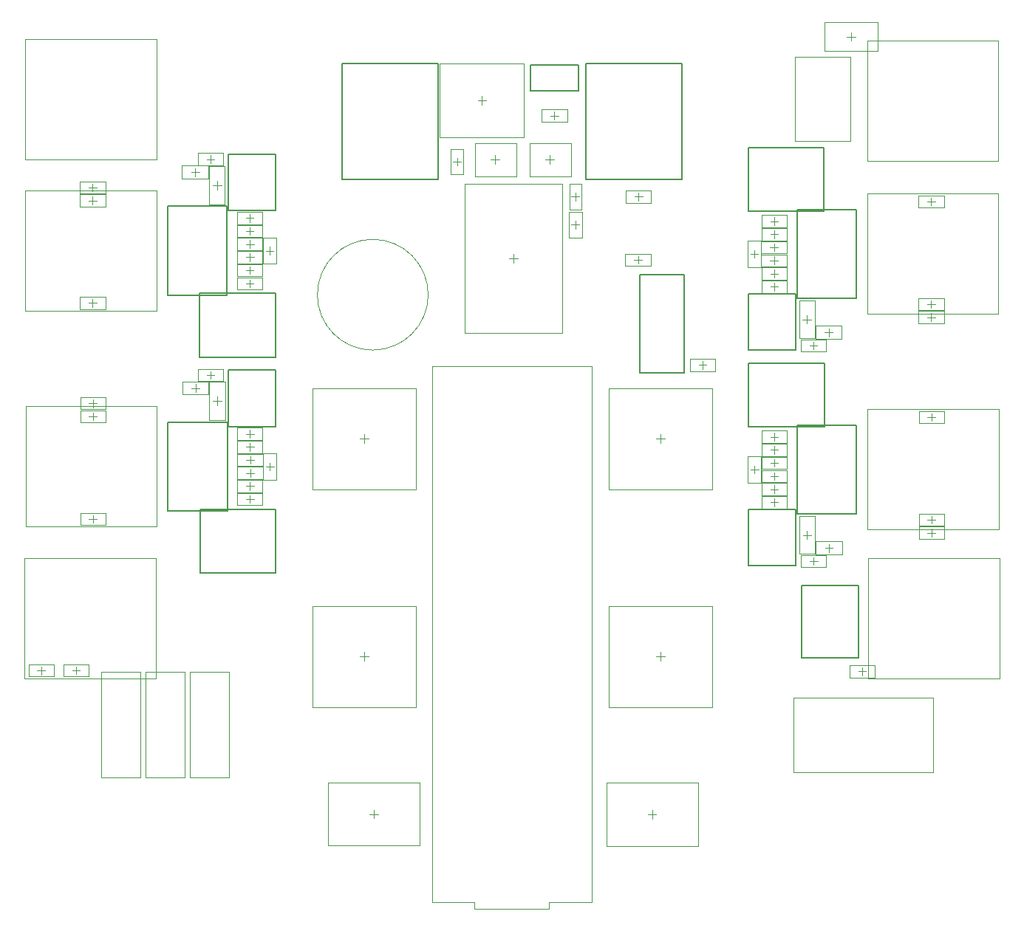
<source format=gbr>
G04*
G04 #@! TF.GenerationSoftware,Altium Limited,Altium Designer,25.4.2 (15)*
G04*
G04 Layer_Color=32768*
%FSLAX44Y44*%
%MOMM*%
G71*
G04*
G04 #@! TF.SameCoordinates,CE8B7503-BC5D-454C-BBEA-07EE3AA0370F*
G04*
G04*
G04 #@! TF.FilePolarity,Positive*
G04*
G01*
G75*
%ADD11C,0.2000*%
%ADD16C,0.1000*%
%ADD83C,0.0500*%
D11*
X1431550Y758800D02*
X1496450D01*
Y841200D01*
X1431550D02*
X1496450D01*
X1431550Y758800D02*
Y841200D01*
X742000Y856000D02*
Y929000D01*
Y856000D02*
X829000D01*
Y929000D01*
X742000D02*
X829000D01*
X705246Y926999D02*
Y1028999D01*
Y926999D02*
X773246D01*
Y1028999D01*
X705246D02*
X773246D01*
X829000Y1023948D02*
Y1088448D01*
X774500D02*
X829000D01*
X774500Y1023948D02*
Y1088448D01*
Y1023948D02*
X829000D01*
X1457500Y1023500D02*
Y1096500D01*
X1370500D02*
X1457500D01*
X1370500Y1023500D02*
Y1096500D01*
Y1023500D02*
X1457500D01*
X1494254Y923501D02*
Y1025501D01*
X1426254D02*
X1494254D01*
X1426254Y923501D02*
Y1025501D01*
Y923501D02*
X1494254D01*
X1370500Y864052D02*
Y928552D01*
Y864052D02*
X1425000D01*
Y928552D01*
X1370500D02*
X1425000D01*
X741750Y1103500D02*
Y1176500D01*
Y1103500D02*
X828750D01*
Y1176500D01*
X741750D02*
X828750D01*
X774250Y1271448D02*
X828750D01*
X774250D02*
Y1335948D01*
X828750D01*
Y1271448D02*
Y1335948D01*
X704996Y1276499D02*
X772996D01*
Y1174499D02*
Y1276499D01*
X704996Y1174499D02*
X772996D01*
X704996D02*
Y1276499D01*
X1457250Y1270750D02*
Y1343750D01*
X1370250D02*
X1457250D01*
X1370250Y1270750D02*
Y1343750D01*
Y1270750D02*
X1457250D01*
X1494004Y1170751D02*
Y1272751D01*
X1426004D02*
X1494004D01*
X1426004Y1170751D02*
Y1272751D01*
Y1170751D02*
X1494004D01*
X1370250Y1111302D02*
Y1175802D01*
Y1111302D02*
X1424750D01*
Y1175802D01*
X1370250D02*
X1424750D01*
X1015200Y1307350D02*
Y1440350D01*
X905200Y1307350D02*
X1015200D01*
X905200D02*
Y1440350D01*
X1015200D01*
X1184200Y1307350D02*
X1294200D01*
Y1440350D01*
X1184200D02*
X1294200D01*
X1184200Y1307350D02*
Y1440350D01*
X1175600Y1408900D02*
Y1438800D01*
X1120800D02*
X1175600D01*
X1120800Y1408900D02*
Y1438800D01*
Y1408900D02*
X1175600D01*
X1246350Y1085750D02*
X1296650D01*
Y1198250D01*
X1246350D02*
X1296650D01*
X1246350Y1085750D02*
Y1198250D01*
D16*
X1496500Y743000D02*
X1505500D01*
X1501000Y738500D02*
Y747500D01*
X560000Y739500D02*
Y748500D01*
X555500Y744000D02*
X564500D01*
X1244000Y1210500D02*
Y1219500D01*
X1239500Y1215000D02*
X1248500D01*
X1065200Y1392850D02*
Y1402850D01*
X1060200Y1397850D02*
X1070200D01*
X936500Y579500D02*
X946500D01*
X941500Y574500D02*
Y584500D01*
X1255000Y579000D02*
X1265000D01*
X1260000Y574000D02*
Y584000D01*
X1270000Y1005000D02*
Y1015000D01*
X1265000Y1010000D02*
X1275000D01*
X1270000Y755000D02*
Y765000D01*
X1265000Y760000D02*
X1275000D01*
X930000Y755000D02*
Y765000D01*
X925000Y760000D02*
X935000D01*
X930000Y1005000D02*
Y1015000D01*
X925000Y1010000D02*
X935000D01*
X1488000Y1466000D02*
Y1476000D01*
X1483000Y1471000D02*
X1493000D01*
X1143700Y1380350D02*
X1152700D01*
X1148200Y1375850D02*
Y1384850D01*
X1036500Y1323000D02*
Y1332000D01*
X1032000Y1327500D02*
X1041000D01*
X1172200Y1282850D02*
Y1291850D01*
X1167700Y1287350D02*
X1176700D01*
X1240000Y1287500D02*
X1249000D01*
X1244500Y1283000D02*
Y1292000D01*
X1313500Y1094500D02*
X1322500D01*
X1318000Y1090000D02*
Y1099000D01*
X614500Y1298000D02*
X623500D01*
X619000Y1293500D02*
Y1302500D01*
X749500Y1330500D02*
X758500D01*
X754000Y1326000D02*
Y1335000D01*
X794750Y1218000D02*
X803750D01*
X799250Y1213500D02*
Y1222500D01*
X794750Y1233000D02*
X803750D01*
X799250Y1228500D02*
Y1237500D01*
X794500Y1248000D02*
X803500D01*
X799000Y1243500D02*
Y1252500D01*
X794500Y1203000D02*
X803500D01*
X799000Y1198500D02*
Y1207500D01*
X794500Y1188000D02*
X803500D01*
X799000Y1183500D02*
Y1192500D01*
X794500Y1263000D02*
X803500D01*
X799000Y1258500D02*
Y1267500D01*
X1395500Y1184250D02*
X1404500D01*
X1400000Y1179750D02*
Y1188750D01*
X794750Y1015500D02*
X803750D01*
X799250Y1011000D02*
Y1020000D01*
X1395750Y937000D02*
X1404750D01*
X1400250Y932500D02*
Y941500D01*
X1395500Y1259250D02*
X1404500D01*
X1400000Y1254750D02*
Y1263750D01*
X794750Y940500D02*
X803750D01*
X799250Y936000D02*
Y945000D01*
X1395750Y1012000D02*
X1404750D01*
X1400250Y1007500D02*
Y1016500D01*
X1395500Y1244250D02*
X1404500D01*
X1400000Y1239750D02*
Y1248750D01*
X794750Y955500D02*
X803750D01*
X799250Y951000D02*
Y960000D01*
X1395750Y997000D02*
X1404750D01*
X1400250Y992500D02*
Y1001500D01*
X1395500Y1199250D02*
X1404500D01*
X1400000Y1194750D02*
Y1203750D01*
X794750Y1000500D02*
X803750D01*
X799250Y996000D02*
Y1005000D01*
X1395750Y952000D02*
X1404750D01*
X1400250Y947500D02*
Y956500D01*
X1395250Y1214250D02*
X1404250D01*
X1399750Y1209750D02*
Y1218750D01*
X795000Y985500D02*
X804000D01*
X799500Y981000D02*
Y990000D01*
X1395500Y967000D02*
X1404500D01*
X1400000Y962500D02*
Y971500D01*
X1395250Y1229250D02*
X1404250D01*
X1399750Y1224750D02*
Y1233750D01*
X795000Y970500D02*
X804000D01*
X799500Y966000D02*
Y975000D01*
X1395500Y982000D02*
X1404500D01*
X1400000Y977500D02*
Y986500D01*
X1440500Y1116750D02*
X1449500D01*
X1445000Y1112250D02*
Y1121250D01*
X749750Y1083000D02*
X758750D01*
X754250Y1078500D02*
Y1087500D01*
X1440750Y869500D02*
X1449750D01*
X1445250Y865000D02*
Y874000D01*
X1575500Y1149250D02*
X1584500D01*
X1580000Y1144750D02*
Y1153750D01*
X614750Y1050500D02*
X623750D01*
X619250Y1046000D02*
Y1055000D01*
X1575750Y902000D02*
X1584750D01*
X1580250Y897500D02*
Y906500D01*
X614489Y1165413D02*
X623489D01*
X618989Y1160913D02*
Y1169913D01*
X614511Y1283087D02*
X623511D01*
X619011Y1278587D02*
Y1287587D01*
X1575489Y1164163D02*
X1584489D01*
X1579989Y1159663D02*
Y1168663D01*
X614761Y1035587D02*
X623761D01*
X619261Y1031087D02*
Y1040087D01*
X1575739Y916913D02*
X1584739D01*
X1580239Y912413D02*
Y921413D01*
X1575511Y1281837D02*
X1584511D01*
X1580011Y1277337D02*
Y1286337D01*
X614739Y917913D02*
X623739D01*
X619239Y913413D02*
Y922413D01*
X1575761Y1034587D02*
X1584761D01*
X1580261Y1030087D02*
Y1039087D01*
X595511Y744087D02*
X604511D01*
X600011Y739587D02*
Y748587D01*
X1167700Y1255350D02*
X1176700D01*
X1172200Y1250850D02*
Y1259850D01*
X817250Y1225500D02*
X826250D01*
X821750Y1221000D02*
Y1230000D01*
X736500Y1311000D02*
Y1320000D01*
X732000Y1315500D02*
X741000D01*
X1372750Y1221750D02*
X1381750D01*
X1377250Y1217250D02*
Y1226250D01*
X817500Y978000D02*
X826500D01*
X822000Y973500D02*
Y982500D01*
X1373000Y974500D02*
X1382000D01*
X1377500Y970000D02*
Y979000D01*
X1462500Y1127250D02*
Y1136250D01*
X1458000Y1131750D02*
X1467000D01*
X736750Y1063500D02*
Y1072500D01*
X732250Y1068000D02*
X741250D01*
X1462750Y880000D02*
Y889000D01*
X1458250Y884500D02*
X1467250D01*
X756750Y1053000D02*
X766750D01*
X761750Y1048000D02*
Y1058000D01*
X1432750Y899500D02*
X1442750D01*
X1437750Y894500D02*
Y904500D01*
X761500Y1295500D02*
Y1305500D01*
X756500Y1300500D02*
X766500D01*
X1432500Y1146750D02*
X1442500D01*
X1437500Y1141750D02*
Y1151750D01*
X1101200Y1211350D02*
Y1221350D01*
X1096200Y1216350D02*
X1106200D01*
X1080000Y1325000D02*
Y1335000D01*
X1075000Y1330000D02*
X1085000D01*
X1142500Y1325000D02*
Y1335000D01*
X1137500Y1330000D02*
X1147500D01*
D83*
X1003500Y1175000D02*
G03*
X1003500Y1175000I-63500J0D01*
G01*
X1486500Y736000D02*
Y750000D01*
X1515500Y736000D02*
Y750000D01*
X1486500D02*
X1515500D01*
X1486500Y736000D02*
X1515500D01*
X1007900Y478000D02*
Y1092600D01*
X1190700D01*
Y478000D02*
Y1092600D01*
X1142100Y471000D02*
Y478000D01*
X1056500Y471000D02*
Y478000D01*
Y471000D02*
X1142100D01*
Y478000D02*
X1190700D01*
X1007900D02*
X1056500D01*
X542000Y1468000D02*
X692110D01*
X542000Y1330000D02*
Y1468000D01*
Y1330000D02*
X692110D01*
Y1468000D01*
X628500Y621500D02*
X673500D01*
Y742500D01*
X628500D02*
X673500D01*
X628500Y621500D02*
Y742500D01*
X1507890Y735000D02*
X1658000D01*
Y873000D01*
X1507890D02*
X1658000D01*
X1507890Y735000D02*
Y873000D01*
X1506890Y1328000D02*
Y1466000D01*
X1657000D01*
Y1328000D02*
Y1466000D01*
X1506890Y1328000D02*
X1657000D01*
X692110Y1156500D02*
Y1294500D01*
X542000Y1156500D02*
X692110D01*
X542000D02*
Y1294500D01*
X692110D01*
X1506890Y1152750D02*
X1657000D01*
Y1290750D01*
X1506890D02*
X1657000D01*
X1506890Y1152750D02*
Y1290750D01*
X692360Y909000D02*
Y1047000D01*
X542250Y909000D02*
X692360D01*
X542250D02*
Y1047000D01*
X692360D01*
X1507140Y905500D02*
X1657250D01*
Y1043500D01*
X1507140D02*
X1657250D01*
X1507140Y905500D02*
Y1043500D01*
X691110Y735000D02*
Y873000D01*
X541000Y735000D02*
X691110D01*
X541000D02*
Y873000D01*
X691110D01*
X679500Y621500D02*
X724500D01*
Y742500D01*
X679500D02*
X724500D01*
X679500Y621500D02*
Y742500D01*
X730500Y621500D02*
X775500D01*
Y742500D01*
X730500D02*
X775500D01*
X730500Y621500D02*
Y742500D01*
X545500Y751000D02*
X574500D01*
X545500Y737000D02*
X574500D01*
X545500D02*
Y751000D01*
X574500Y737000D02*
Y751000D01*
X1229500Y1222000D02*
X1258500D01*
X1229500Y1208000D02*
X1258500D01*
X1229500D02*
Y1222000D01*
X1258500Y1208000D02*
Y1222000D01*
X1016950Y1355350D02*
X1113450D01*
X1016950Y1440350D02*
X1113450D01*
Y1355350D02*
Y1440350D01*
X1016950Y1355350D02*
Y1440350D01*
X889000Y543250D02*
Y615750D01*
X994000Y543250D02*
Y615750D01*
X889000Y543250D02*
X994000D01*
X889000Y615750D02*
X994000D01*
X1312500Y542750D02*
Y615250D01*
X1207500Y542750D02*
Y615250D01*
X1312500D01*
X1207500Y542750D02*
X1312500D01*
X1210750Y952000D02*
X1329250D01*
X1210750Y1068000D02*
X1329250D01*
Y952000D02*
Y1068000D01*
X1210750Y952000D02*
Y1068000D01*
Y702000D02*
X1329250D01*
X1210750Y818000D02*
X1329250D01*
Y702000D02*
Y818000D01*
X1210750Y702000D02*
Y818000D01*
X870750D02*
X989250D01*
X870750Y702000D02*
X989250D01*
X870750D02*
Y818000D01*
X989250Y702000D02*
Y818000D01*
X870750Y1068000D02*
X989250D01*
X870750Y952000D02*
X989250D01*
X870750D02*
Y1068000D01*
X989250Y952000D02*
Y1068000D01*
X1487525Y1351250D02*
Y1447750D01*
X1423475Y1351250D02*
X1487525D01*
X1423475D02*
Y1447750D01*
X1487525D01*
X1457750Y1487500D02*
X1518250D01*
X1457750Y1454500D02*
X1518250D01*
X1457750D02*
Y1487500D01*
X1518250Y1454500D02*
Y1487500D01*
X1133700Y1373350D02*
Y1387350D01*
X1162700Y1373350D02*
Y1387350D01*
X1133700D02*
X1162700D01*
X1133700Y1373350D02*
X1162700D01*
X1029500Y1313000D02*
X1043500D01*
X1029500Y1342000D02*
X1043500D01*
X1029500Y1313000D02*
Y1342000D01*
X1043500Y1313000D02*
Y1342000D01*
X1165200Y1272850D02*
X1179200D01*
X1165200Y1301850D02*
X1179200D01*
X1165200Y1272850D02*
Y1301850D01*
X1179200Y1272850D02*
Y1301850D01*
X1230000Y1280500D02*
Y1294500D01*
X1259000Y1280500D02*
Y1294500D01*
X1230000D02*
X1259000D01*
X1230000Y1280500D02*
X1259000D01*
X1332500Y1087500D02*
Y1101500D01*
X1303500Y1087500D02*
Y1101500D01*
Y1087500D02*
X1332500D01*
X1303500Y1101500D02*
X1332500D01*
X604500Y1291000D02*
Y1305000D01*
X633500Y1291000D02*
Y1305000D01*
X604500D02*
X633500D01*
X604500Y1291000D02*
X633500D01*
X739500Y1323500D02*
Y1337500D01*
X768500Y1323500D02*
Y1337500D01*
X739500D02*
X768500D01*
X739500Y1323500D02*
X768500D01*
X813750Y1211000D02*
Y1225000D01*
X784750Y1211000D02*
Y1225000D01*
Y1211000D02*
X813750D01*
X784750Y1225000D02*
X813750D01*
Y1226000D02*
Y1240000D01*
X784750Y1226000D02*
Y1240000D01*
Y1226000D02*
X813750D01*
X784750Y1240000D02*
X813750D01*
X813500Y1241000D02*
Y1255000D01*
X784500Y1241000D02*
Y1255000D01*
Y1241000D02*
X813500D01*
X784500Y1255000D02*
X813500D01*
Y1196000D02*
Y1210000D01*
X784500Y1196000D02*
Y1210000D01*
Y1196000D02*
X813500D01*
X784500Y1210000D02*
X813500D01*
X813500Y1181000D02*
Y1195000D01*
X784500Y1181000D02*
Y1195000D01*
Y1181000D02*
X813500D01*
X784500Y1195000D02*
X813500D01*
Y1256000D02*
Y1270000D01*
X784500Y1256000D02*
Y1270000D01*
Y1256000D02*
X813500D01*
X784500Y1270000D02*
X813500D01*
X1385500Y1177250D02*
Y1191250D01*
X1414500Y1177250D02*
Y1191250D01*
X1385500D02*
X1414500D01*
X1385500Y1177250D02*
X1414500D01*
X813750Y1008500D02*
Y1022500D01*
X784750Y1008500D02*
Y1022500D01*
Y1008500D02*
X813750D01*
X784750Y1022500D02*
X813750D01*
X1385750Y930000D02*
Y944000D01*
X1414750Y930000D02*
Y944000D01*
X1385750D02*
X1414750D01*
X1385750Y930000D02*
X1414750D01*
X1385500Y1252250D02*
Y1266250D01*
X1414500Y1252250D02*
Y1266250D01*
X1385500D02*
X1414500D01*
X1385500Y1252250D02*
X1414500D01*
X813750Y933500D02*
Y947500D01*
X784750Y933500D02*
Y947500D01*
Y933500D02*
X813750D01*
X784750Y947500D02*
X813750D01*
X1385750Y1005000D02*
Y1019000D01*
X1414750Y1005000D02*
Y1019000D01*
X1385750D02*
X1414750D01*
X1385750Y1005000D02*
X1414750D01*
X1385500Y1237250D02*
Y1251250D01*
X1414500Y1237250D02*
Y1251250D01*
X1385500D02*
X1414500D01*
X1385500Y1237250D02*
X1414500D01*
X813750Y948500D02*
Y962500D01*
X784750Y948500D02*
Y962500D01*
Y948500D02*
X813750D01*
X784750Y962500D02*
X813750D01*
X1385750Y990000D02*
Y1004000D01*
X1414750Y990000D02*
Y1004000D01*
X1385750D02*
X1414750D01*
X1385750Y990000D02*
X1414750D01*
X1385500Y1192250D02*
Y1206250D01*
X1414500Y1192250D02*
Y1206250D01*
X1385500D02*
X1414500D01*
X1385500Y1192250D02*
X1414500D01*
X813750Y993500D02*
Y1007500D01*
X784750Y993500D02*
Y1007500D01*
Y993500D02*
X813750D01*
X784750Y1007500D02*
X813750D01*
X1385750Y945000D02*
Y959000D01*
X1414750Y945000D02*
Y959000D01*
X1385750D02*
X1414750D01*
X1385750Y945000D02*
X1414750D01*
X1385250Y1207250D02*
Y1221250D01*
X1414250Y1207250D02*
Y1221250D01*
X1385250D02*
X1414250D01*
X1385250Y1207250D02*
X1414250D01*
X814000Y978500D02*
Y992500D01*
X785000Y978500D02*
Y992500D01*
Y978500D02*
X814000D01*
X785000Y992500D02*
X814000D01*
X1385500Y960000D02*
Y974000D01*
X1414500Y960000D02*
Y974000D01*
X1385500D02*
X1414500D01*
X1385500Y960000D02*
X1414500D01*
X1385250Y1222250D02*
Y1236250D01*
X1414250Y1222250D02*
Y1236250D01*
X1385250D02*
X1414250D01*
X1385250Y1222250D02*
X1414250D01*
X814000Y963500D02*
Y977500D01*
X785000Y963500D02*
Y977500D01*
Y963500D02*
X814000D01*
X785000Y977500D02*
X814000D01*
X1385500Y975000D02*
Y989000D01*
X1414500Y975000D02*
Y989000D01*
X1385500D02*
X1414500D01*
X1385500Y975000D02*
X1414500D01*
X1459500Y1109750D02*
Y1123750D01*
X1430500Y1109750D02*
Y1123750D01*
Y1109750D02*
X1459500D01*
X1430500Y1123750D02*
X1459500D01*
X739750Y1076000D02*
Y1090000D01*
X768750Y1076000D02*
Y1090000D01*
X739750D02*
X768750D01*
X739750Y1076000D02*
X768750D01*
X1459750Y862500D02*
Y876500D01*
X1430750Y862500D02*
Y876500D01*
Y862500D02*
X1459750D01*
X1430750Y876500D02*
X1459750D01*
X1594500Y1142250D02*
Y1156250D01*
X1565500Y1142250D02*
Y1156250D01*
Y1142250D02*
X1594500D01*
X1565500Y1156250D02*
X1594500D01*
X604750Y1043500D02*
Y1057500D01*
X633750Y1043500D02*
Y1057500D01*
X604750D02*
X633750D01*
X604750Y1043500D02*
X633750D01*
X1594750Y895000D02*
Y909000D01*
X1565750Y895000D02*
Y909000D01*
Y895000D02*
X1594750D01*
X1565750Y909000D02*
X1594750D01*
X604489Y1158413D02*
Y1172413D01*
X633489Y1158413D02*
Y1172413D01*
X604489D02*
X633489D01*
X604489Y1158413D02*
X633489D01*
X633511Y1276087D02*
Y1290087D01*
X604511Y1276087D02*
Y1290087D01*
Y1276087D02*
X633511D01*
X604511Y1290087D02*
X633511D01*
X1565489Y1157163D02*
Y1171163D01*
X1594489Y1157163D02*
Y1171163D01*
X1565489D02*
X1594489D01*
X1565489Y1157163D02*
X1594489D01*
X633761Y1028587D02*
Y1042587D01*
X604761Y1028587D02*
Y1042587D01*
Y1028587D02*
X633761D01*
X604761Y1042587D02*
X633761D01*
X1565739Y909913D02*
Y923913D01*
X1594739Y909913D02*
Y923913D01*
X1565739D02*
X1594739D01*
X1565739Y909913D02*
X1594739D01*
X1594511Y1274837D02*
Y1288837D01*
X1565511Y1274837D02*
Y1288837D01*
Y1274837D02*
X1594511D01*
X1565511Y1288837D02*
X1594511D01*
X604739Y910913D02*
Y924913D01*
X633739Y910913D02*
Y924913D01*
X604739D02*
X633739D01*
X604739Y910913D02*
X633739D01*
X1594761Y1027587D02*
Y1041587D01*
X1565761Y1027587D02*
Y1041587D01*
Y1027587D02*
X1594761D01*
X1565761Y1041587D02*
X1594761D01*
X614511Y737087D02*
Y751087D01*
X585511Y737087D02*
Y751087D01*
Y737087D02*
X614511D01*
X585511Y751087D02*
X614511D01*
X1179700Y1240350D02*
Y1270350D01*
X1164700Y1240350D02*
Y1270350D01*
X1179700D01*
X1164700Y1240350D02*
X1179700D01*
X829250Y1210500D02*
Y1240500D01*
X814250Y1210500D02*
Y1240500D01*
X829250D01*
X814250Y1210500D02*
X829250D01*
X721500Y1323000D02*
X751500D01*
X721500Y1308000D02*
X751500D01*
X721500D02*
Y1323000D01*
X751500Y1308000D02*
Y1323000D01*
X1369750Y1206750D02*
Y1236750D01*
X1384750Y1206750D02*
Y1236750D01*
X1369750Y1206750D02*
X1384750D01*
X1369750Y1236750D02*
X1384750D01*
X829500Y963000D02*
Y993000D01*
X814500Y963000D02*
Y993000D01*
X829500D01*
X814500Y963000D02*
X829500D01*
X1370000Y959500D02*
Y989500D01*
X1385000Y959500D02*
Y989500D01*
X1370000Y959500D02*
X1385000D01*
X1370000Y989500D02*
X1385000D01*
X1447500Y1124250D02*
X1477500D01*
X1447500Y1139250D02*
X1477500D01*
Y1124250D02*
Y1139250D01*
X1447500Y1124250D02*
Y1139250D01*
X721750Y1075500D02*
X751750D01*
X721750Y1060500D02*
X751750D01*
X721750D02*
Y1075500D01*
X751750Y1060500D02*
Y1075500D01*
X1447750Y877000D02*
X1477750D01*
X1447750Y892000D02*
X1477750D01*
Y877000D02*
Y892000D01*
X1447750Y877000D02*
Y892000D01*
X1422000Y627000D02*
X1582000D01*
X1422000D02*
Y713000D01*
X1582000D01*
Y627000D02*
Y713000D01*
X770750Y1031100D02*
Y1074900D01*
X752750Y1031100D02*
X770750D01*
X752750Y1074900D02*
X770750D01*
X752750Y1031100D02*
Y1074900D01*
X1428750Y877600D02*
Y921400D01*
X1446750D01*
X1428750Y877600D02*
X1446750D01*
Y921400D01*
X752500Y1278600D02*
Y1322400D01*
X770500D01*
X752500Y1278600D02*
X770500D01*
Y1322400D01*
X1428500Y1124850D02*
Y1168650D01*
X1446500D01*
X1428500Y1124850D02*
X1446500D01*
Y1168650D01*
X1045450Y1301850D02*
X1156950D01*
X1045450Y1130850D02*
X1156950D01*
Y1301850D01*
X1045450Y1130850D02*
Y1301850D01*
X1057000Y1311000D02*
Y1349000D01*
X1105000D01*
Y1311000D02*
Y1349000D01*
X1057000Y1311000D02*
X1105000D01*
X1119500D02*
Y1349000D01*
X1167500D01*
Y1311000D02*
Y1349000D01*
X1119500Y1311000D02*
X1167500D01*
M02*

</source>
